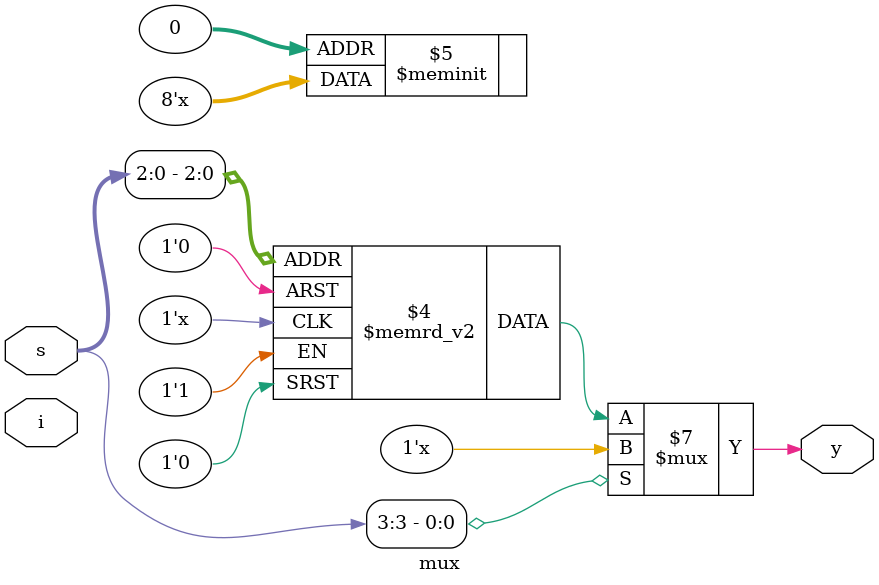
<source format=v>
module mux(
  input [7:0]i,
  input [3:0]s,
  output y
  );
  always@(s or a) begin
    case(s)
      3'b000: y=a[0];
      3'b001: y=a[1];
      3'b010: y=a[2];
      3'b011: y=a[3];
      3'b100: y=a[4];
      3'b101: y=a[5];
      3'b110: y=a[6];
      3'b111: y=a[7];
      default: y=1'bx;
    endcase
  end
endmodule
</source>
